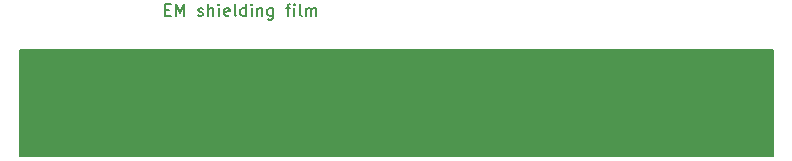
<source format=gbr>
%TF.GenerationSoftware,KiCad,Pcbnew,8.0.5*%
%TF.CreationDate,2024-10-14T23:25:06+08:00*%
%TF.ProjectId,SiPm_Design_2,5369506d-5f44-4657-9369-676e5f322e6b,rev?*%
%TF.SameCoordinates,Original*%
%TF.FileFunction,Other,User*%
%FSLAX46Y46*%
G04 Gerber Fmt 4.6, Leading zero omitted, Abs format (unit mm)*
G04 Created by KiCad (PCBNEW 8.0.5) date 2024-10-14 23:25:06*
%MOMM*%
%LPD*%
G01*
G04 APERTURE LIST*
%ADD10C,0.150000*%
G04 APERTURE END LIST*
D10*
X196474779Y-99800009D02*
X196808112Y-99800009D01*
X196950969Y-100323819D02*
X196474779Y-100323819D01*
X196474779Y-100323819D02*
X196474779Y-99323819D01*
X196474779Y-99323819D02*
X196950969Y-99323819D01*
X197379541Y-100323819D02*
X197379541Y-99323819D01*
X197379541Y-99323819D02*
X197712874Y-100038104D01*
X197712874Y-100038104D02*
X198046207Y-99323819D01*
X198046207Y-99323819D02*
X198046207Y-100323819D01*
X199236684Y-100276200D02*
X199331922Y-100323819D01*
X199331922Y-100323819D02*
X199522398Y-100323819D01*
X199522398Y-100323819D02*
X199617636Y-100276200D01*
X199617636Y-100276200D02*
X199665255Y-100180961D01*
X199665255Y-100180961D02*
X199665255Y-100133342D01*
X199665255Y-100133342D02*
X199617636Y-100038104D01*
X199617636Y-100038104D02*
X199522398Y-99990485D01*
X199522398Y-99990485D02*
X199379541Y-99990485D01*
X199379541Y-99990485D02*
X199284303Y-99942866D01*
X199284303Y-99942866D02*
X199236684Y-99847628D01*
X199236684Y-99847628D02*
X199236684Y-99800009D01*
X199236684Y-99800009D02*
X199284303Y-99704771D01*
X199284303Y-99704771D02*
X199379541Y-99657152D01*
X199379541Y-99657152D02*
X199522398Y-99657152D01*
X199522398Y-99657152D02*
X199617636Y-99704771D01*
X200093827Y-100323819D02*
X200093827Y-99323819D01*
X200522398Y-100323819D02*
X200522398Y-99800009D01*
X200522398Y-99800009D02*
X200474779Y-99704771D01*
X200474779Y-99704771D02*
X200379541Y-99657152D01*
X200379541Y-99657152D02*
X200236684Y-99657152D01*
X200236684Y-99657152D02*
X200141446Y-99704771D01*
X200141446Y-99704771D02*
X200093827Y-99752390D01*
X200998589Y-100323819D02*
X200998589Y-99657152D01*
X200998589Y-99323819D02*
X200950970Y-99371438D01*
X200950970Y-99371438D02*
X200998589Y-99419057D01*
X200998589Y-99419057D02*
X201046208Y-99371438D01*
X201046208Y-99371438D02*
X200998589Y-99323819D01*
X200998589Y-99323819D02*
X200998589Y-99419057D01*
X201855731Y-100276200D02*
X201760493Y-100323819D01*
X201760493Y-100323819D02*
X201570017Y-100323819D01*
X201570017Y-100323819D02*
X201474779Y-100276200D01*
X201474779Y-100276200D02*
X201427160Y-100180961D01*
X201427160Y-100180961D02*
X201427160Y-99800009D01*
X201427160Y-99800009D02*
X201474779Y-99704771D01*
X201474779Y-99704771D02*
X201570017Y-99657152D01*
X201570017Y-99657152D02*
X201760493Y-99657152D01*
X201760493Y-99657152D02*
X201855731Y-99704771D01*
X201855731Y-99704771D02*
X201903350Y-99800009D01*
X201903350Y-99800009D02*
X201903350Y-99895247D01*
X201903350Y-99895247D02*
X201427160Y-99990485D01*
X202474779Y-100323819D02*
X202379541Y-100276200D01*
X202379541Y-100276200D02*
X202331922Y-100180961D01*
X202331922Y-100180961D02*
X202331922Y-99323819D01*
X203284303Y-100323819D02*
X203284303Y-99323819D01*
X203284303Y-100276200D02*
X203189065Y-100323819D01*
X203189065Y-100323819D02*
X202998589Y-100323819D01*
X202998589Y-100323819D02*
X202903351Y-100276200D01*
X202903351Y-100276200D02*
X202855732Y-100228580D01*
X202855732Y-100228580D02*
X202808113Y-100133342D01*
X202808113Y-100133342D02*
X202808113Y-99847628D01*
X202808113Y-99847628D02*
X202855732Y-99752390D01*
X202855732Y-99752390D02*
X202903351Y-99704771D01*
X202903351Y-99704771D02*
X202998589Y-99657152D01*
X202998589Y-99657152D02*
X203189065Y-99657152D01*
X203189065Y-99657152D02*
X203284303Y-99704771D01*
X203760494Y-100323819D02*
X203760494Y-99657152D01*
X203760494Y-99323819D02*
X203712875Y-99371438D01*
X203712875Y-99371438D02*
X203760494Y-99419057D01*
X203760494Y-99419057D02*
X203808113Y-99371438D01*
X203808113Y-99371438D02*
X203760494Y-99323819D01*
X203760494Y-99323819D02*
X203760494Y-99419057D01*
X204236684Y-99657152D02*
X204236684Y-100323819D01*
X204236684Y-99752390D02*
X204284303Y-99704771D01*
X204284303Y-99704771D02*
X204379541Y-99657152D01*
X204379541Y-99657152D02*
X204522398Y-99657152D01*
X204522398Y-99657152D02*
X204617636Y-99704771D01*
X204617636Y-99704771D02*
X204665255Y-99800009D01*
X204665255Y-99800009D02*
X204665255Y-100323819D01*
X205570017Y-99657152D02*
X205570017Y-100466676D01*
X205570017Y-100466676D02*
X205522398Y-100561914D01*
X205522398Y-100561914D02*
X205474779Y-100609533D01*
X205474779Y-100609533D02*
X205379541Y-100657152D01*
X205379541Y-100657152D02*
X205236684Y-100657152D01*
X205236684Y-100657152D02*
X205141446Y-100609533D01*
X205570017Y-100276200D02*
X205474779Y-100323819D01*
X205474779Y-100323819D02*
X205284303Y-100323819D01*
X205284303Y-100323819D02*
X205189065Y-100276200D01*
X205189065Y-100276200D02*
X205141446Y-100228580D01*
X205141446Y-100228580D02*
X205093827Y-100133342D01*
X205093827Y-100133342D02*
X205093827Y-99847628D01*
X205093827Y-99847628D02*
X205141446Y-99752390D01*
X205141446Y-99752390D02*
X205189065Y-99704771D01*
X205189065Y-99704771D02*
X205284303Y-99657152D01*
X205284303Y-99657152D02*
X205474779Y-99657152D01*
X205474779Y-99657152D02*
X205570017Y-99704771D01*
X206665256Y-99657152D02*
X207046208Y-99657152D01*
X206808113Y-100323819D02*
X206808113Y-99466676D01*
X206808113Y-99466676D02*
X206855732Y-99371438D01*
X206855732Y-99371438D02*
X206950970Y-99323819D01*
X206950970Y-99323819D02*
X207046208Y-99323819D01*
X207379542Y-100323819D02*
X207379542Y-99657152D01*
X207379542Y-99323819D02*
X207331923Y-99371438D01*
X207331923Y-99371438D02*
X207379542Y-99419057D01*
X207379542Y-99419057D02*
X207427161Y-99371438D01*
X207427161Y-99371438D02*
X207379542Y-99323819D01*
X207379542Y-99323819D02*
X207379542Y-99419057D01*
X207998589Y-100323819D02*
X207903351Y-100276200D01*
X207903351Y-100276200D02*
X207855732Y-100180961D01*
X207855732Y-100180961D02*
X207855732Y-99323819D01*
X208379542Y-100323819D02*
X208379542Y-99657152D01*
X208379542Y-99752390D02*
X208427161Y-99704771D01*
X208427161Y-99704771D02*
X208522399Y-99657152D01*
X208522399Y-99657152D02*
X208665256Y-99657152D01*
X208665256Y-99657152D02*
X208760494Y-99704771D01*
X208760494Y-99704771D02*
X208808113Y-99800009D01*
X208808113Y-99800009D02*
X208808113Y-100323819D01*
X208808113Y-99800009D02*
X208855732Y-99704771D01*
X208855732Y-99704771D02*
X208950970Y-99657152D01*
X208950970Y-99657152D02*
X209093827Y-99657152D01*
X209093827Y-99657152D02*
X209189066Y-99704771D01*
X209189066Y-99704771D02*
X209236685Y-99800009D01*
X209236685Y-99800009D02*
X209236685Y-100323819D01*
X184138000Y-103204000D02*
X247888000Y-103204000D01*
X247888000Y-112204000D01*
X184138000Y-112204000D01*
X184138000Y-103204000D01*
G36*
X184138000Y-103204000D02*
G01*
X247888000Y-103204000D01*
X247888000Y-112204000D01*
X184138000Y-112204000D01*
X184138000Y-103204000D01*
G37*
M02*

</source>
